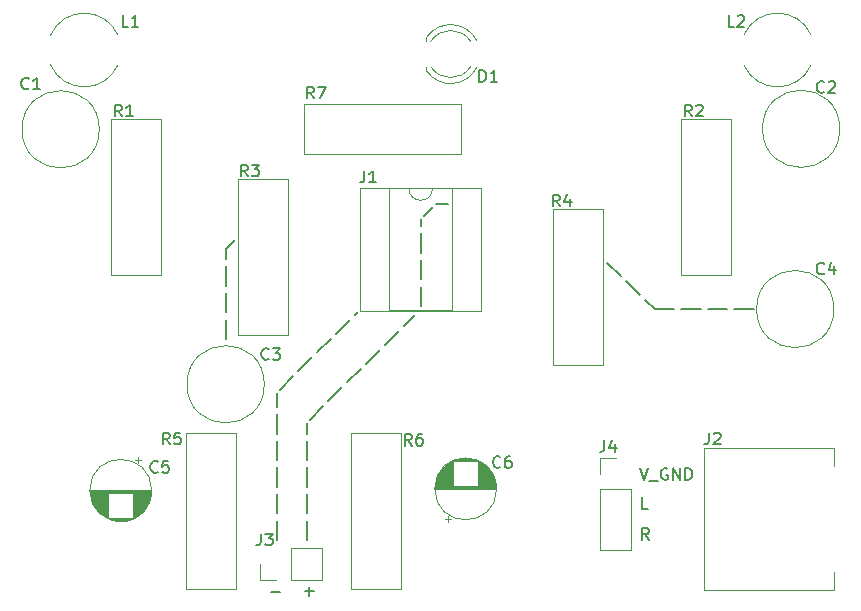
<source format=gto>
G04 #@! TF.GenerationSoftware,KiCad,Pcbnew,7.0.10*
G04 #@! TF.CreationDate,2024-02-03T19:17:55+01:00*
G04 #@! TF.ProjectId,electrosluch_basic,656c6563-7472-46f7-936c-7563685f6261,rev?*
G04 #@! TF.SameCoordinates,Original*
G04 #@! TF.FileFunction,Legend,Top*
G04 #@! TF.FilePolarity,Positive*
%FSLAX46Y46*%
G04 Gerber Fmt 4.6, Leading zero omitted, Abs format (unit mm)*
G04 Created by KiCad (PCBNEW 7.0.10) date 2024-02-03 19:17:55*
%MOMM*%
%LPD*%
G01*
G04 APERTURE LIST*
%ADD10C,0.150000*%
%ADD11C,0.120000*%
%ADD12C,1.600000*%
%ADD13C,3.200000*%
%ADD14C,2.000000*%
%ADD15R,1.600000X1.600000*%
%ADD16R,1.700000X1.700000*%
%ADD17O,1.700000X1.700000*%
%ADD18O,1.600000X1.600000*%
%ADD19O,2.200000X1.200000*%
%ADD20O,1.200000X2.200000*%
%ADD21R,1.800000X1.800000*%
%ADD22C,1.800000*%
G04 APERTURE END LIST*
D10*
X74892000Y-84798000D02*
X76058726Y-83631274D01*
X76482990Y-83207010D02*
X77649716Y-82040284D01*
X78073981Y-81616019D02*
X79240707Y-80449293D01*
X79664971Y-80025029D02*
X80831697Y-78858303D01*
X81255961Y-78434039D02*
X82422687Y-77267313D01*
X82846951Y-76843049D02*
X83782000Y-75908000D01*
X84544000Y-67526000D02*
X85306000Y-66764000D01*
X100038000Y-71463000D02*
X101223096Y-72611062D01*
X101654041Y-73028539D02*
X102839137Y-74176601D01*
X103270081Y-74594078D02*
X104101999Y-75400000D01*
X104102000Y-75400000D02*
X105752000Y-75400000D01*
X106352000Y-75400000D02*
X108002000Y-75400000D01*
X108602000Y-75400000D02*
X110252000Y-75400000D01*
X110852000Y-75400000D02*
X112500000Y-75400000D01*
X72098000Y-94958000D02*
X72098000Y-93308000D01*
X72098000Y-92708000D02*
X72098000Y-91058000D01*
X72098000Y-90458000D02*
X72098000Y-88808000D01*
X72098000Y-88208000D02*
X72098000Y-86558000D01*
X72098000Y-85958000D02*
X72098000Y-84308000D01*
X72098000Y-83708000D02*
X72098000Y-82512000D01*
X85560000Y-66510000D02*
X86576000Y-66510000D01*
X84290000Y-75146000D02*
X84290000Y-73496000D01*
X84290000Y-72896000D02*
X84290000Y-71246000D01*
X84290000Y-70646000D02*
X84290000Y-68996000D01*
X84290000Y-68396000D02*
X84290000Y-67780000D01*
X67780000Y-77940000D02*
X67780000Y-76290000D01*
X67780000Y-75690000D02*
X67780000Y-74040000D01*
X67780000Y-73440000D02*
X67780000Y-71790000D01*
X67780000Y-71190000D02*
X67780000Y-70320000D01*
X67780000Y-70320000D02*
X68542000Y-69558000D01*
X72352000Y-82258000D02*
X73518726Y-81091274D01*
X73942990Y-80667010D02*
X75109716Y-79500284D01*
X75533981Y-79076019D02*
X76700707Y-77909293D01*
X77124971Y-77485029D02*
X78291697Y-76318303D01*
X78715961Y-75894039D02*
X78956000Y-75654000D01*
X74638000Y-94958000D02*
X74638000Y-93308000D01*
X74638000Y-92708000D02*
X74638000Y-91058000D01*
X74638000Y-90458000D02*
X74638000Y-88808000D01*
X74638000Y-88208000D02*
X74638000Y-86558000D01*
X74638000Y-85958000D02*
X74638000Y-85052000D01*
X71423333Y-79609580D02*
X71375714Y-79657200D01*
X71375714Y-79657200D02*
X71232857Y-79704819D01*
X71232857Y-79704819D02*
X71137619Y-79704819D01*
X71137619Y-79704819D02*
X70994762Y-79657200D01*
X70994762Y-79657200D02*
X70899524Y-79561961D01*
X70899524Y-79561961D02*
X70851905Y-79466723D01*
X70851905Y-79466723D02*
X70804286Y-79276247D01*
X70804286Y-79276247D02*
X70804286Y-79133390D01*
X70804286Y-79133390D02*
X70851905Y-78942914D01*
X70851905Y-78942914D02*
X70899524Y-78847676D01*
X70899524Y-78847676D02*
X70994762Y-78752438D01*
X70994762Y-78752438D02*
X71137619Y-78704819D01*
X71137619Y-78704819D02*
X71232857Y-78704819D01*
X71232857Y-78704819D02*
X71375714Y-78752438D01*
X71375714Y-78752438D02*
X71423333Y-78800057D01*
X71756667Y-78704819D02*
X72375714Y-78704819D01*
X72375714Y-78704819D02*
X72042381Y-79085771D01*
X72042381Y-79085771D02*
X72185238Y-79085771D01*
X72185238Y-79085771D02*
X72280476Y-79133390D01*
X72280476Y-79133390D02*
X72328095Y-79181009D01*
X72328095Y-79181009D02*
X72375714Y-79276247D01*
X72375714Y-79276247D02*
X72375714Y-79514342D01*
X72375714Y-79514342D02*
X72328095Y-79609580D01*
X72328095Y-79609580D02*
X72280476Y-79657200D01*
X72280476Y-79657200D02*
X72185238Y-79704819D01*
X72185238Y-79704819D02*
X71899524Y-79704819D01*
X71899524Y-79704819D02*
X71804286Y-79657200D01*
X71804286Y-79657200D02*
X71756667Y-79609580D01*
X51103333Y-56709580D02*
X51055714Y-56757200D01*
X51055714Y-56757200D02*
X50912857Y-56804819D01*
X50912857Y-56804819D02*
X50817619Y-56804819D01*
X50817619Y-56804819D02*
X50674762Y-56757200D01*
X50674762Y-56757200D02*
X50579524Y-56661961D01*
X50579524Y-56661961D02*
X50531905Y-56566723D01*
X50531905Y-56566723D02*
X50484286Y-56376247D01*
X50484286Y-56376247D02*
X50484286Y-56233390D01*
X50484286Y-56233390D02*
X50531905Y-56042914D01*
X50531905Y-56042914D02*
X50579524Y-55947676D01*
X50579524Y-55947676D02*
X50674762Y-55852438D01*
X50674762Y-55852438D02*
X50817619Y-55804819D01*
X50817619Y-55804819D02*
X50912857Y-55804819D01*
X50912857Y-55804819D02*
X51055714Y-55852438D01*
X51055714Y-55852438D02*
X51103333Y-55900057D01*
X52055714Y-56804819D02*
X51484286Y-56804819D01*
X51770000Y-56804819D02*
X51770000Y-55804819D01*
X51770000Y-55804819D02*
X51674762Y-55947676D01*
X51674762Y-55947676D02*
X51579524Y-56042914D01*
X51579524Y-56042914D02*
X51484286Y-56090533D01*
X96061333Y-66710819D02*
X95728000Y-66234628D01*
X95489905Y-66710819D02*
X95489905Y-65710819D01*
X95489905Y-65710819D02*
X95870857Y-65710819D01*
X95870857Y-65710819D02*
X95966095Y-65758438D01*
X95966095Y-65758438D02*
X96013714Y-65806057D01*
X96013714Y-65806057D02*
X96061333Y-65901295D01*
X96061333Y-65901295D02*
X96061333Y-66044152D01*
X96061333Y-66044152D02*
X96013714Y-66139390D01*
X96013714Y-66139390D02*
X95966095Y-66187009D01*
X95966095Y-66187009D02*
X95870857Y-66234628D01*
X95870857Y-66234628D02*
X95489905Y-66234628D01*
X96918476Y-66044152D02*
X96918476Y-66710819D01*
X96680381Y-65663200D02*
X96442286Y-66377485D01*
X96442286Y-66377485D02*
X97061333Y-66377485D01*
X62033333Y-89159580D02*
X61985714Y-89207200D01*
X61985714Y-89207200D02*
X61842857Y-89254819D01*
X61842857Y-89254819D02*
X61747619Y-89254819D01*
X61747619Y-89254819D02*
X61604762Y-89207200D01*
X61604762Y-89207200D02*
X61509524Y-89111961D01*
X61509524Y-89111961D02*
X61461905Y-89016723D01*
X61461905Y-89016723D02*
X61414286Y-88826247D01*
X61414286Y-88826247D02*
X61414286Y-88683390D01*
X61414286Y-88683390D02*
X61461905Y-88492914D01*
X61461905Y-88492914D02*
X61509524Y-88397676D01*
X61509524Y-88397676D02*
X61604762Y-88302438D01*
X61604762Y-88302438D02*
X61747619Y-88254819D01*
X61747619Y-88254819D02*
X61842857Y-88254819D01*
X61842857Y-88254819D02*
X61985714Y-88302438D01*
X61985714Y-88302438D02*
X62033333Y-88350057D01*
X62938095Y-88254819D02*
X62461905Y-88254819D01*
X62461905Y-88254819D02*
X62414286Y-88731009D01*
X62414286Y-88731009D02*
X62461905Y-88683390D01*
X62461905Y-88683390D02*
X62557143Y-88635771D01*
X62557143Y-88635771D02*
X62795238Y-88635771D01*
X62795238Y-88635771D02*
X62890476Y-88683390D01*
X62890476Y-88683390D02*
X62938095Y-88731009D01*
X62938095Y-88731009D02*
X62985714Y-88826247D01*
X62985714Y-88826247D02*
X62985714Y-89064342D01*
X62985714Y-89064342D02*
X62938095Y-89159580D01*
X62938095Y-89159580D02*
X62890476Y-89207200D01*
X62890476Y-89207200D02*
X62795238Y-89254819D01*
X62795238Y-89254819D02*
X62557143Y-89254819D01*
X62557143Y-89254819D02*
X62461905Y-89207200D01*
X62461905Y-89207200D02*
X62414286Y-89159580D01*
X118451333Y-72368580D02*
X118403714Y-72416200D01*
X118403714Y-72416200D02*
X118260857Y-72463819D01*
X118260857Y-72463819D02*
X118165619Y-72463819D01*
X118165619Y-72463819D02*
X118022762Y-72416200D01*
X118022762Y-72416200D02*
X117927524Y-72320961D01*
X117927524Y-72320961D02*
X117879905Y-72225723D01*
X117879905Y-72225723D02*
X117832286Y-72035247D01*
X117832286Y-72035247D02*
X117832286Y-71892390D01*
X117832286Y-71892390D02*
X117879905Y-71701914D01*
X117879905Y-71701914D02*
X117927524Y-71606676D01*
X117927524Y-71606676D02*
X118022762Y-71511438D01*
X118022762Y-71511438D02*
X118165619Y-71463819D01*
X118165619Y-71463819D02*
X118260857Y-71463819D01*
X118260857Y-71463819D02*
X118403714Y-71511438D01*
X118403714Y-71511438D02*
X118451333Y-71559057D01*
X119308476Y-71797152D02*
X119308476Y-72463819D01*
X119070381Y-71416200D02*
X118832286Y-72130485D01*
X118832286Y-72130485D02*
X119451333Y-72130485D01*
X91033333Y-88759580D02*
X90985714Y-88807200D01*
X90985714Y-88807200D02*
X90842857Y-88854819D01*
X90842857Y-88854819D02*
X90747619Y-88854819D01*
X90747619Y-88854819D02*
X90604762Y-88807200D01*
X90604762Y-88807200D02*
X90509524Y-88711961D01*
X90509524Y-88711961D02*
X90461905Y-88616723D01*
X90461905Y-88616723D02*
X90414286Y-88426247D01*
X90414286Y-88426247D02*
X90414286Y-88283390D01*
X90414286Y-88283390D02*
X90461905Y-88092914D01*
X90461905Y-88092914D02*
X90509524Y-87997676D01*
X90509524Y-87997676D02*
X90604762Y-87902438D01*
X90604762Y-87902438D02*
X90747619Y-87854819D01*
X90747619Y-87854819D02*
X90842857Y-87854819D01*
X90842857Y-87854819D02*
X90985714Y-87902438D01*
X90985714Y-87902438D02*
X91033333Y-87950057D01*
X91890476Y-87854819D02*
X91700000Y-87854819D01*
X91700000Y-87854819D02*
X91604762Y-87902438D01*
X91604762Y-87902438D02*
X91557143Y-87950057D01*
X91557143Y-87950057D02*
X91461905Y-88092914D01*
X91461905Y-88092914D02*
X91414286Y-88283390D01*
X91414286Y-88283390D02*
X91414286Y-88664342D01*
X91414286Y-88664342D02*
X91461905Y-88759580D01*
X91461905Y-88759580D02*
X91509524Y-88807200D01*
X91509524Y-88807200D02*
X91604762Y-88854819D01*
X91604762Y-88854819D02*
X91795238Y-88854819D01*
X91795238Y-88854819D02*
X91890476Y-88807200D01*
X91890476Y-88807200D02*
X91938095Y-88759580D01*
X91938095Y-88759580D02*
X91985714Y-88664342D01*
X91985714Y-88664342D02*
X91985714Y-88426247D01*
X91985714Y-88426247D02*
X91938095Y-88331009D01*
X91938095Y-88331009D02*
X91890476Y-88283390D01*
X91890476Y-88283390D02*
X91795238Y-88235771D01*
X91795238Y-88235771D02*
X91604762Y-88235771D01*
X91604762Y-88235771D02*
X91509524Y-88283390D01*
X91509524Y-88283390D02*
X91461905Y-88331009D01*
X91461905Y-88331009D02*
X91414286Y-88426247D01*
X69645333Y-64170819D02*
X69312000Y-63694628D01*
X69073905Y-64170819D02*
X69073905Y-63170819D01*
X69073905Y-63170819D02*
X69454857Y-63170819D01*
X69454857Y-63170819D02*
X69550095Y-63218438D01*
X69550095Y-63218438D02*
X69597714Y-63266057D01*
X69597714Y-63266057D02*
X69645333Y-63361295D01*
X69645333Y-63361295D02*
X69645333Y-63504152D01*
X69645333Y-63504152D02*
X69597714Y-63599390D01*
X69597714Y-63599390D02*
X69550095Y-63647009D01*
X69550095Y-63647009D02*
X69454857Y-63694628D01*
X69454857Y-63694628D02*
X69073905Y-63694628D01*
X69978667Y-63170819D02*
X70597714Y-63170819D01*
X70597714Y-63170819D02*
X70264381Y-63551771D01*
X70264381Y-63551771D02*
X70407238Y-63551771D01*
X70407238Y-63551771D02*
X70502476Y-63599390D01*
X70502476Y-63599390D02*
X70550095Y-63647009D01*
X70550095Y-63647009D02*
X70597714Y-63742247D01*
X70597714Y-63742247D02*
X70597714Y-63980342D01*
X70597714Y-63980342D02*
X70550095Y-64075580D01*
X70550095Y-64075580D02*
X70502476Y-64123200D01*
X70502476Y-64123200D02*
X70407238Y-64170819D01*
X70407238Y-64170819D02*
X70121524Y-64170819D01*
X70121524Y-64170819D02*
X70026286Y-64123200D01*
X70026286Y-64123200D02*
X69978667Y-64075580D01*
X83533333Y-86954819D02*
X83200000Y-86478628D01*
X82961905Y-86954819D02*
X82961905Y-85954819D01*
X82961905Y-85954819D02*
X83342857Y-85954819D01*
X83342857Y-85954819D02*
X83438095Y-86002438D01*
X83438095Y-86002438D02*
X83485714Y-86050057D01*
X83485714Y-86050057D02*
X83533333Y-86145295D01*
X83533333Y-86145295D02*
X83533333Y-86288152D01*
X83533333Y-86288152D02*
X83485714Y-86383390D01*
X83485714Y-86383390D02*
X83438095Y-86431009D01*
X83438095Y-86431009D02*
X83342857Y-86478628D01*
X83342857Y-86478628D02*
X82961905Y-86478628D01*
X84390476Y-85954819D02*
X84200000Y-85954819D01*
X84200000Y-85954819D02*
X84104762Y-86002438D01*
X84104762Y-86002438D02*
X84057143Y-86050057D01*
X84057143Y-86050057D02*
X83961905Y-86192914D01*
X83961905Y-86192914D02*
X83914286Y-86383390D01*
X83914286Y-86383390D02*
X83914286Y-86764342D01*
X83914286Y-86764342D02*
X83961905Y-86859580D01*
X83961905Y-86859580D02*
X84009524Y-86907200D01*
X84009524Y-86907200D02*
X84104762Y-86954819D01*
X84104762Y-86954819D02*
X84295238Y-86954819D01*
X84295238Y-86954819D02*
X84390476Y-86907200D01*
X84390476Y-86907200D02*
X84438095Y-86859580D01*
X84438095Y-86859580D02*
X84485714Y-86764342D01*
X84485714Y-86764342D02*
X84485714Y-86526247D01*
X84485714Y-86526247D02*
X84438095Y-86431009D01*
X84438095Y-86431009D02*
X84390476Y-86383390D01*
X84390476Y-86383390D02*
X84295238Y-86335771D01*
X84295238Y-86335771D02*
X84104762Y-86335771D01*
X84104762Y-86335771D02*
X84009524Y-86383390D01*
X84009524Y-86383390D02*
X83961905Y-86431009D01*
X83961905Y-86431009D02*
X83914286Y-86526247D01*
X99831666Y-86494819D02*
X99831666Y-87209104D01*
X99831666Y-87209104D02*
X99784047Y-87351961D01*
X99784047Y-87351961D02*
X99688809Y-87447200D01*
X99688809Y-87447200D02*
X99545952Y-87494819D01*
X99545952Y-87494819D02*
X99450714Y-87494819D01*
X100736428Y-86828152D02*
X100736428Y-87494819D01*
X100498333Y-86447200D02*
X100260238Y-87161485D01*
X100260238Y-87161485D02*
X100879285Y-87161485D01*
X103517969Y-92287819D02*
X103041779Y-92287819D01*
X103041779Y-92287819D02*
X103041779Y-91287819D01*
X102898922Y-88874819D02*
X103232255Y-89874819D01*
X103232255Y-89874819D02*
X103565588Y-88874819D01*
X103660827Y-89970057D02*
X104422731Y-89970057D01*
X105184636Y-88922438D02*
X105089398Y-88874819D01*
X105089398Y-88874819D02*
X104946541Y-88874819D01*
X104946541Y-88874819D02*
X104803684Y-88922438D01*
X104803684Y-88922438D02*
X104708446Y-89017676D01*
X104708446Y-89017676D02*
X104660827Y-89112914D01*
X104660827Y-89112914D02*
X104613208Y-89303390D01*
X104613208Y-89303390D02*
X104613208Y-89446247D01*
X104613208Y-89446247D02*
X104660827Y-89636723D01*
X104660827Y-89636723D02*
X104708446Y-89731961D01*
X104708446Y-89731961D02*
X104803684Y-89827200D01*
X104803684Y-89827200D02*
X104946541Y-89874819D01*
X104946541Y-89874819D02*
X105041779Y-89874819D01*
X105041779Y-89874819D02*
X105184636Y-89827200D01*
X105184636Y-89827200D02*
X105232255Y-89779580D01*
X105232255Y-89779580D02*
X105232255Y-89446247D01*
X105232255Y-89446247D02*
X105041779Y-89446247D01*
X105660827Y-89874819D02*
X105660827Y-88874819D01*
X105660827Y-88874819D02*
X106232255Y-89874819D01*
X106232255Y-89874819D02*
X106232255Y-88874819D01*
X106708446Y-89874819D02*
X106708446Y-88874819D01*
X106708446Y-88874819D02*
X106946541Y-88874819D01*
X106946541Y-88874819D02*
X107089398Y-88922438D01*
X107089398Y-88922438D02*
X107184636Y-89017676D01*
X107184636Y-89017676D02*
X107232255Y-89112914D01*
X107232255Y-89112914D02*
X107279874Y-89303390D01*
X107279874Y-89303390D02*
X107279874Y-89446247D01*
X107279874Y-89446247D02*
X107232255Y-89636723D01*
X107232255Y-89636723D02*
X107184636Y-89731961D01*
X107184636Y-89731961D02*
X107089398Y-89827200D01*
X107089398Y-89827200D02*
X106946541Y-89874819D01*
X106946541Y-89874819D02*
X106708446Y-89874819D01*
X103613207Y-94954819D02*
X103279874Y-94478628D01*
X103041779Y-94954819D02*
X103041779Y-93954819D01*
X103041779Y-93954819D02*
X103422731Y-93954819D01*
X103422731Y-93954819D02*
X103517969Y-94002438D01*
X103517969Y-94002438D02*
X103565588Y-94050057D01*
X103565588Y-94050057D02*
X103613207Y-94145295D01*
X103613207Y-94145295D02*
X103613207Y-94288152D01*
X103613207Y-94288152D02*
X103565588Y-94383390D01*
X103565588Y-94383390D02*
X103517969Y-94431009D01*
X103517969Y-94431009D02*
X103422731Y-94478628D01*
X103422731Y-94478628D02*
X103041779Y-94478628D01*
X110831333Y-51508819D02*
X110355143Y-51508819D01*
X110355143Y-51508819D02*
X110355143Y-50508819D01*
X111117048Y-50604057D02*
X111164667Y-50556438D01*
X111164667Y-50556438D02*
X111259905Y-50508819D01*
X111259905Y-50508819D02*
X111498000Y-50508819D01*
X111498000Y-50508819D02*
X111593238Y-50556438D01*
X111593238Y-50556438D02*
X111640857Y-50604057D01*
X111640857Y-50604057D02*
X111688476Y-50699295D01*
X111688476Y-50699295D02*
X111688476Y-50794533D01*
X111688476Y-50794533D02*
X111640857Y-50937390D01*
X111640857Y-50937390D02*
X111069429Y-51508819D01*
X111069429Y-51508819D02*
X111688476Y-51508819D01*
X79511666Y-63678819D02*
X79511666Y-64393104D01*
X79511666Y-64393104D02*
X79464047Y-64535961D01*
X79464047Y-64535961D02*
X79368809Y-64631200D01*
X79368809Y-64631200D02*
X79225952Y-64678819D01*
X79225952Y-64678819D02*
X79130714Y-64678819D01*
X80511666Y-64678819D02*
X79940238Y-64678819D01*
X80225952Y-64678819D02*
X80225952Y-63678819D01*
X80225952Y-63678819D02*
X80130714Y-63821676D01*
X80130714Y-63821676D02*
X80035476Y-63916914D01*
X80035476Y-63916914D02*
X79940238Y-63964533D01*
X59523333Y-51508819D02*
X59047143Y-51508819D01*
X59047143Y-51508819D02*
X59047143Y-50508819D01*
X60380476Y-51508819D02*
X59809048Y-51508819D01*
X60094762Y-51508819D02*
X60094762Y-50508819D01*
X60094762Y-50508819D02*
X59999524Y-50651676D01*
X59999524Y-50651676D02*
X59904286Y-50746914D01*
X59904286Y-50746914D02*
X59809048Y-50794533D01*
X63033333Y-86854819D02*
X62700000Y-86378628D01*
X62461905Y-86854819D02*
X62461905Y-85854819D01*
X62461905Y-85854819D02*
X62842857Y-85854819D01*
X62842857Y-85854819D02*
X62938095Y-85902438D01*
X62938095Y-85902438D02*
X62985714Y-85950057D01*
X62985714Y-85950057D02*
X63033333Y-86045295D01*
X63033333Y-86045295D02*
X63033333Y-86188152D01*
X63033333Y-86188152D02*
X62985714Y-86283390D01*
X62985714Y-86283390D02*
X62938095Y-86331009D01*
X62938095Y-86331009D02*
X62842857Y-86378628D01*
X62842857Y-86378628D02*
X62461905Y-86378628D01*
X63938095Y-85854819D02*
X63461905Y-85854819D01*
X63461905Y-85854819D02*
X63414286Y-86331009D01*
X63414286Y-86331009D02*
X63461905Y-86283390D01*
X63461905Y-86283390D02*
X63557143Y-86235771D01*
X63557143Y-86235771D02*
X63795238Y-86235771D01*
X63795238Y-86235771D02*
X63890476Y-86283390D01*
X63890476Y-86283390D02*
X63938095Y-86331009D01*
X63938095Y-86331009D02*
X63985714Y-86426247D01*
X63985714Y-86426247D02*
X63985714Y-86664342D01*
X63985714Y-86664342D02*
X63938095Y-86759580D01*
X63938095Y-86759580D02*
X63890476Y-86807200D01*
X63890476Y-86807200D02*
X63795238Y-86854819D01*
X63795238Y-86854819D02*
X63557143Y-86854819D01*
X63557143Y-86854819D02*
X63461905Y-86807200D01*
X63461905Y-86807200D02*
X63414286Y-86759580D01*
X107237333Y-59090819D02*
X106904000Y-58614628D01*
X106665905Y-59090819D02*
X106665905Y-58090819D01*
X106665905Y-58090819D02*
X107046857Y-58090819D01*
X107046857Y-58090819D02*
X107142095Y-58138438D01*
X107142095Y-58138438D02*
X107189714Y-58186057D01*
X107189714Y-58186057D02*
X107237333Y-58281295D01*
X107237333Y-58281295D02*
X107237333Y-58424152D01*
X107237333Y-58424152D02*
X107189714Y-58519390D01*
X107189714Y-58519390D02*
X107142095Y-58567009D01*
X107142095Y-58567009D02*
X107046857Y-58614628D01*
X107046857Y-58614628D02*
X106665905Y-58614628D01*
X107618286Y-58186057D02*
X107665905Y-58138438D01*
X107665905Y-58138438D02*
X107761143Y-58090819D01*
X107761143Y-58090819D02*
X107999238Y-58090819D01*
X107999238Y-58090819D02*
X108094476Y-58138438D01*
X108094476Y-58138438D02*
X108142095Y-58186057D01*
X108142095Y-58186057D02*
X108189714Y-58281295D01*
X108189714Y-58281295D02*
X108189714Y-58376533D01*
X108189714Y-58376533D02*
X108142095Y-58519390D01*
X108142095Y-58519390D02*
X107570667Y-59090819D01*
X107570667Y-59090819D02*
X108189714Y-59090819D01*
X75233333Y-57566819D02*
X74900000Y-57090628D01*
X74661905Y-57566819D02*
X74661905Y-56566819D01*
X74661905Y-56566819D02*
X75042857Y-56566819D01*
X75042857Y-56566819D02*
X75138095Y-56614438D01*
X75138095Y-56614438D02*
X75185714Y-56662057D01*
X75185714Y-56662057D02*
X75233333Y-56757295D01*
X75233333Y-56757295D02*
X75233333Y-56900152D01*
X75233333Y-56900152D02*
X75185714Y-56995390D01*
X75185714Y-56995390D02*
X75138095Y-57043009D01*
X75138095Y-57043009D02*
X75042857Y-57090628D01*
X75042857Y-57090628D02*
X74661905Y-57090628D01*
X75566667Y-56566819D02*
X76233333Y-56566819D01*
X76233333Y-56566819D02*
X75804762Y-57566819D01*
X118451333Y-57001580D02*
X118403714Y-57049200D01*
X118403714Y-57049200D02*
X118260857Y-57096819D01*
X118260857Y-57096819D02*
X118165619Y-57096819D01*
X118165619Y-57096819D02*
X118022762Y-57049200D01*
X118022762Y-57049200D02*
X117927524Y-56953961D01*
X117927524Y-56953961D02*
X117879905Y-56858723D01*
X117879905Y-56858723D02*
X117832286Y-56668247D01*
X117832286Y-56668247D02*
X117832286Y-56525390D01*
X117832286Y-56525390D02*
X117879905Y-56334914D01*
X117879905Y-56334914D02*
X117927524Y-56239676D01*
X117927524Y-56239676D02*
X118022762Y-56144438D01*
X118022762Y-56144438D02*
X118165619Y-56096819D01*
X118165619Y-56096819D02*
X118260857Y-56096819D01*
X118260857Y-56096819D02*
X118403714Y-56144438D01*
X118403714Y-56144438D02*
X118451333Y-56192057D01*
X118832286Y-56192057D02*
X118879905Y-56144438D01*
X118879905Y-56144438D02*
X118975143Y-56096819D01*
X118975143Y-56096819D02*
X119213238Y-56096819D01*
X119213238Y-56096819D02*
X119308476Y-56144438D01*
X119308476Y-56144438D02*
X119356095Y-56192057D01*
X119356095Y-56192057D02*
X119403714Y-56287295D01*
X119403714Y-56287295D02*
X119403714Y-56382533D01*
X119403714Y-56382533D02*
X119356095Y-56525390D01*
X119356095Y-56525390D02*
X118784667Y-57096819D01*
X118784667Y-57096819D02*
X119403714Y-57096819D01*
X108681666Y-85856819D02*
X108681666Y-86571104D01*
X108681666Y-86571104D02*
X108634047Y-86713961D01*
X108634047Y-86713961D02*
X108538809Y-86809200D01*
X108538809Y-86809200D02*
X108395952Y-86856819D01*
X108395952Y-86856819D02*
X108300714Y-86856819D01*
X109110238Y-85952057D02*
X109157857Y-85904438D01*
X109157857Y-85904438D02*
X109253095Y-85856819D01*
X109253095Y-85856819D02*
X109491190Y-85856819D01*
X109491190Y-85856819D02*
X109586428Y-85904438D01*
X109586428Y-85904438D02*
X109634047Y-85952057D01*
X109634047Y-85952057D02*
X109681666Y-86047295D01*
X109681666Y-86047295D02*
X109681666Y-86142533D01*
X109681666Y-86142533D02*
X109634047Y-86285390D01*
X109634047Y-86285390D02*
X109062619Y-86856819D01*
X109062619Y-86856819D02*
X109681666Y-86856819D01*
X58977333Y-59090819D02*
X58644000Y-58614628D01*
X58405905Y-59090819D02*
X58405905Y-58090819D01*
X58405905Y-58090819D02*
X58786857Y-58090819D01*
X58786857Y-58090819D02*
X58882095Y-58138438D01*
X58882095Y-58138438D02*
X58929714Y-58186057D01*
X58929714Y-58186057D02*
X58977333Y-58281295D01*
X58977333Y-58281295D02*
X58977333Y-58424152D01*
X58977333Y-58424152D02*
X58929714Y-58519390D01*
X58929714Y-58519390D02*
X58882095Y-58567009D01*
X58882095Y-58567009D02*
X58786857Y-58614628D01*
X58786857Y-58614628D02*
X58405905Y-58614628D01*
X59929714Y-59090819D02*
X59358286Y-59090819D01*
X59644000Y-59090819D02*
X59644000Y-58090819D01*
X59644000Y-58090819D02*
X59548762Y-58233676D01*
X59548762Y-58233676D02*
X59453524Y-58328914D01*
X59453524Y-58328914D02*
X59358286Y-58376533D01*
X70747666Y-94412819D02*
X70747666Y-95127104D01*
X70747666Y-95127104D02*
X70700047Y-95269961D01*
X70700047Y-95269961D02*
X70604809Y-95365200D01*
X70604809Y-95365200D02*
X70461952Y-95412819D01*
X70461952Y-95412819D02*
X70366714Y-95412819D01*
X71128619Y-94412819D02*
X71747666Y-94412819D01*
X71747666Y-94412819D02*
X71414333Y-94793771D01*
X71414333Y-94793771D02*
X71557190Y-94793771D01*
X71557190Y-94793771D02*
X71652428Y-94841390D01*
X71652428Y-94841390D02*
X71700047Y-94889009D01*
X71700047Y-94889009D02*
X71747666Y-94984247D01*
X71747666Y-94984247D02*
X71747666Y-95222342D01*
X71747666Y-95222342D02*
X71700047Y-95317580D01*
X71700047Y-95317580D02*
X71652428Y-95365200D01*
X71652428Y-95365200D02*
X71557190Y-95412819D01*
X71557190Y-95412819D02*
X71271476Y-95412819D01*
X71271476Y-95412819D02*
X71176238Y-95365200D01*
X71176238Y-95365200D02*
X71128619Y-95317580D01*
X72350951Y-99329133D02*
X71589047Y-99329133D01*
X74837866Y-99656951D02*
X74837866Y-98895047D01*
X75218819Y-99275999D02*
X74456914Y-99275999D01*
X89266905Y-56169819D02*
X89266905Y-55169819D01*
X89266905Y-55169819D02*
X89505000Y-55169819D01*
X89505000Y-55169819D02*
X89647857Y-55217438D01*
X89647857Y-55217438D02*
X89743095Y-55312676D01*
X89743095Y-55312676D02*
X89790714Y-55407914D01*
X89790714Y-55407914D02*
X89838333Y-55598390D01*
X89838333Y-55598390D02*
X89838333Y-55741247D01*
X89838333Y-55741247D02*
X89790714Y-55931723D01*
X89790714Y-55931723D02*
X89743095Y-56026961D01*
X89743095Y-56026961D02*
X89647857Y-56122200D01*
X89647857Y-56122200D02*
X89505000Y-56169819D01*
X89505000Y-56169819D02*
X89266905Y-56169819D01*
X90790714Y-56169819D02*
X90219286Y-56169819D01*
X90505000Y-56169819D02*
X90505000Y-55169819D01*
X90505000Y-55169819D02*
X90409762Y-55312676D01*
X90409762Y-55312676D02*
X90314524Y-55407914D01*
X90314524Y-55407914D02*
X90219286Y-55455533D01*
D11*
X71050000Y-81770000D02*
G75*
G03*
X64510000Y-81770000I-3270000J0D01*
G01*
X64510000Y-81770000D02*
G75*
G03*
X71050000Y-81770000I3270000J0D01*
G01*
X57080000Y-60180000D02*
G75*
G03*
X50540000Y-60180000I-3270000J0D01*
G01*
X50540000Y-60180000D02*
G75*
G03*
X57080000Y-60180000I3270000J0D01*
G01*
X95505000Y-80170000D02*
X99745000Y-80170000D01*
X95505000Y-80170000D02*
X95505000Y-66930000D01*
X99745000Y-80170000D02*
X99745000Y-66930000D01*
X95505000Y-66930000D02*
X99745000Y-66930000D01*
X60365000Y-87942225D02*
X60365000Y-88442225D01*
X60615000Y-88192225D02*
X60115000Y-88192225D01*
X61470000Y-90747000D02*
X56310000Y-90747000D01*
X61470000Y-90787000D02*
X56310000Y-90787000D01*
X61469000Y-90827000D02*
X56311000Y-90827000D01*
X61468000Y-90867000D02*
X56312000Y-90867000D01*
X61466000Y-90907000D02*
X56314000Y-90907000D01*
X61463000Y-90947000D02*
X56317000Y-90947000D01*
X61459000Y-90987000D02*
X59930000Y-90987000D01*
X57850000Y-90987000D02*
X56321000Y-90987000D01*
X61455000Y-91027000D02*
X59930000Y-91027000D01*
X57850000Y-91027000D02*
X56325000Y-91027000D01*
X61451000Y-91067000D02*
X59930000Y-91067000D01*
X57850000Y-91067000D02*
X56329000Y-91067000D01*
X61446000Y-91107000D02*
X59930000Y-91107000D01*
X57850000Y-91107000D02*
X56334000Y-91107000D01*
X61440000Y-91147000D02*
X59930000Y-91147000D01*
X57850000Y-91147000D02*
X56340000Y-91147000D01*
X61433000Y-91187000D02*
X59930000Y-91187000D01*
X57850000Y-91187000D02*
X56347000Y-91187000D01*
X61426000Y-91227000D02*
X59930000Y-91227000D01*
X57850000Y-91227000D02*
X56354000Y-91227000D01*
X61418000Y-91267000D02*
X59930000Y-91267000D01*
X57850000Y-91267000D02*
X56362000Y-91267000D01*
X61410000Y-91307000D02*
X59930000Y-91307000D01*
X57850000Y-91307000D02*
X56370000Y-91307000D01*
X61401000Y-91347000D02*
X59930000Y-91347000D01*
X57850000Y-91347000D02*
X56379000Y-91347000D01*
X61391000Y-91387000D02*
X59930000Y-91387000D01*
X57850000Y-91387000D02*
X56389000Y-91387000D01*
X61381000Y-91427000D02*
X59930000Y-91427000D01*
X57850000Y-91427000D02*
X56399000Y-91427000D01*
X61370000Y-91468000D02*
X59930000Y-91468000D01*
X57850000Y-91468000D02*
X56410000Y-91468000D01*
X61358000Y-91508000D02*
X59930000Y-91508000D01*
X57850000Y-91508000D02*
X56422000Y-91508000D01*
X61345000Y-91548000D02*
X59930000Y-91548000D01*
X57850000Y-91548000D02*
X56435000Y-91548000D01*
X61332000Y-91588000D02*
X59930000Y-91588000D01*
X57850000Y-91588000D02*
X56448000Y-91588000D01*
X61318000Y-91628000D02*
X59930000Y-91628000D01*
X57850000Y-91628000D02*
X56462000Y-91628000D01*
X61304000Y-91668000D02*
X59930000Y-91668000D01*
X57850000Y-91668000D02*
X56476000Y-91668000D01*
X61288000Y-91708000D02*
X59930000Y-91708000D01*
X57850000Y-91708000D02*
X56492000Y-91708000D01*
X61272000Y-91748000D02*
X59930000Y-91748000D01*
X57850000Y-91748000D02*
X56508000Y-91748000D01*
X61255000Y-91788000D02*
X59930000Y-91788000D01*
X57850000Y-91788000D02*
X56525000Y-91788000D01*
X61238000Y-91828000D02*
X59930000Y-91828000D01*
X57850000Y-91828000D02*
X56542000Y-91828000D01*
X61219000Y-91868000D02*
X59930000Y-91868000D01*
X57850000Y-91868000D02*
X56561000Y-91868000D01*
X61200000Y-91908000D02*
X59930000Y-91908000D01*
X57850000Y-91908000D02*
X56580000Y-91908000D01*
X61180000Y-91948000D02*
X59930000Y-91948000D01*
X57850000Y-91948000D02*
X56600000Y-91948000D01*
X61158000Y-91988000D02*
X59930000Y-91988000D01*
X57850000Y-91988000D02*
X56622000Y-91988000D01*
X61137000Y-92028000D02*
X59930000Y-92028000D01*
X57850000Y-92028000D02*
X56643000Y-92028000D01*
X61114000Y-92068000D02*
X59930000Y-92068000D01*
X57850000Y-92068000D02*
X56666000Y-92068000D01*
X61090000Y-92108000D02*
X59930000Y-92108000D01*
X57850000Y-92108000D02*
X56690000Y-92108000D01*
X61065000Y-92148000D02*
X59930000Y-92148000D01*
X57850000Y-92148000D02*
X56715000Y-92148000D01*
X61039000Y-92188000D02*
X59930000Y-92188000D01*
X57850000Y-92188000D02*
X56741000Y-92188000D01*
X61012000Y-92228000D02*
X59930000Y-92228000D01*
X57850000Y-92228000D02*
X56768000Y-92228000D01*
X60985000Y-92268000D02*
X59930000Y-92268000D01*
X57850000Y-92268000D02*
X56795000Y-92268000D01*
X60955000Y-92308000D02*
X59930000Y-92308000D01*
X57850000Y-92308000D02*
X56825000Y-92308000D01*
X60925000Y-92348000D02*
X59930000Y-92348000D01*
X57850000Y-92348000D02*
X56855000Y-92348000D01*
X60894000Y-92388000D02*
X59930000Y-92388000D01*
X57850000Y-92388000D02*
X56886000Y-92388000D01*
X60861000Y-92428000D02*
X59930000Y-92428000D01*
X57850000Y-92428000D02*
X56919000Y-92428000D01*
X60827000Y-92468000D02*
X59930000Y-92468000D01*
X57850000Y-92468000D02*
X56953000Y-92468000D01*
X60791000Y-92508000D02*
X59930000Y-92508000D01*
X57850000Y-92508000D02*
X56989000Y-92508000D01*
X60754000Y-92548000D02*
X59930000Y-92548000D01*
X57850000Y-92548000D02*
X57026000Y-92548000D01*
X60716000Y-92588000D02*
X59930000Y-92588000D01*
X57850000Y-92588000D02*
X57064000Y-92588000D01*
X60675000Y-92628000D02*
X59930000Y-92628000D01*
X57850000Y-92628000D02*
X57105000Y-92628000D01*
X60633000Y-92668000D02*
X59930000Y-92668000D01*
X57850000Y-92668000D02*
X57147000Y-92668000D01*
X60589000Y-92708000D02*
X59930000Y-92708000D01*
X57850000Y-92708000D02*
X57191000Y-92708000D01*
X60543000Y-92748000D02*
X59930000Y-92748000D01*
X57850000Y-92748000D02*
X57237000Y-92748000D01*
X60495000Y-92788000D02*
X59930000Y-92788000D01*
X57850000Y-92788000D02*
X57285000Y-92788000D01*
X60444000Y-92828000D02*
X59930000Y-92828000D01*
X57850000Y-92828000D02*
X57336000Y-92828000D01*
X60390000Y-92868000D02*
X59930000Y-92868000D01*
X57850000Y-92868000D02*
X57390000Y-92868000D01*
X60333000Y-92908000D02*
X59930000Y-92908000D01*
X57850000Y-92908000D02*
X57447000Y-92908000D01*
X60273000Y-92948000D02*
X59930000Y-92948000D01*
X57850000Y-92948000D02*
X57507000Y-92948000D01*
X60209000Y-92988000D02*
X59930000Y-92988000D01*
X57850000Y-92988000D02*
X57571000Y-92988000D01*
X60141000Y-93028000D02*
X59930000Y-93028000D01*
X57850000Y-93028000D02*
X57639000Y-93028000D01*
X60068000Y-93068000D02*
X57712000Y-93068000D01*
X59988000Y-93108000D02*
X57792000Y-93108000D01*
X59901000Y-93148000D02*
X57879000Y-93148000D01*
X59805000Y-93188000D02*
X57975000Y-93188000D01*
X59695000Y-93228000D02*
X58085000Y-93228000D01*
X59567000Y-93268000D02*
X58213000Y-93268000D01*
X59408000Y-93308000D02*
X58372000Y-93308000D01*
X59174000Y-93348000D02*
X58606000Y-93348000D01*
X61510000Y-90747000D02*
G75*
G03*
X56270000Y-90747000I-2620000J0D01*
G01*
X56270000Y-90747000D02*
G75*
G03*
X61510000Y-90747000I2620000J0D01*
G01*
X119270000Y-75400000D02*
G75*
G03*
X112730000Y-75400000I-3270000J0D01*
G01*
X112730000Y-75400000D02*
G75*
G03*
X119270000Y-75400000I3270000J0D01*
G01*
X86625000Y-93424775D02*
X86625000Y-92924775D01*
X86375000Y-93174775D02*
X86875000Y-93174775D01*
X85520000Y-90620000D02*
X90680000Y-90620000D01*
X85520000Y-90580000D02*
X90680000Y-90580000D01*
X85521000Y-90540000D02*
X90679000Y-90540000D01*
X85522000Y-90500000D02*
X90678000Y-90500000D01*
X85524000Y-90460000D02*
X90676000Y-90460000D01*
X85527000Y-90420000D02*
X90673000Y-90420000D01*
X85531000Y-90380000D02*
X87060000Y-90380000D01*
X89140000Y-90380000D02*
X90669000Y-90380000D01*
X85535000Y-90340000D02*
X87060000Y-90340000D01*
X89140000Y-90340000D02*
X90665000Y-90340000D01*
X85539000Y-90300000D02*
X87060000Y-90300000D01*
X89140000Y-90300000D02*
X90661000Y-90300000D01*
X85544000Y-90260000D02*
X87060000Y-90260000D01*
X89140000Y-90260000D02*
X90656000Y-90260000D01*
X85550000Y-90220000D02*
X87060000Y-90220000D01*
X89140000Y-90220000D02*
X90650000Y-90220000D01*
X85557000Y-90180000D02*
X87060000Y-90180000D01*
X89140000Y-90180000D02*
X90643000Y-90180000D01*
X85564000Y-90140000D02*
X87060000Y-90140000D01*
X89140000Y-90140000D02*
X90636000Y-90140000D01*
X85572000Y-90100000D02*
X87060000Y-90100000D01*
X89140000Y-90100000D02*
X90628000Y-90100000D01*
X85580000Y-90060000D02*
X87060000Y-90060000D01*
X89140000Y-90060000D02*
X90620000Y-90060000D01*
X85589000Y-90020000D02*
X87060000Y-90020000D01*
X89140000Y-90020000D02*
X90611000Y-90020000D01*
X85599000Y-89980000D02*
X87060000Y-89980000D01*
X89140000Y-89980000D02*
X90601000Y-89980000D01*
X85609000Y-89940000D02*
X87060000Y-89940000D01*
X89140000Y-89940000D02*
X90591000Y-89940000D01*
X85620000Y-89899000D02*
X87060000Y-89899000D01*
X89140000Y-89899000D02*
X90580000Y-89899000D01*
X85632000Y-89859000D02*
X87060000Y-89859000D01*
X89140000Y-89859000D02*
X90568000Y-89859000D01*
X85645000Y-89819000D02*
X87060000Y-89819000D01*
X89140000Y-89819000D02*
X90555000Y-89819000D01*
X85658000Y-89779000D02*
X87060000Y-89779000D01*
X89140000Y-89779000D02*
X90542000Y-89779000D01*
X85672000Y-89739000D02*
X87060000Y-89739000D01*
X89140000Y-89739000D02*
X90528000Y-89739000D01*
X85686000Y-89699000D02*
X87060000Y-89699000D01*
X89140000Y-89699000D02*
X90514000Y-89699000D01*
X85702000Y-89659000D02*
X87060000Y-89659000D01*
X89140000Y-89659000D02*
X90498000Y-89659000D01*
X85718000Y-89619000D02*
X87060000Y-89619000D01*
X89140000Y-89619000D02*
X90482000Y-89619000D01*
X85735000Y-89579000D02*
X87060000Y-89579000D01*
X89140000Y-89579000D02*
X90465000Y-89579000D01*
X85752000Y-89539000D02*
X87060000Y-89539000D01*
X89140000Y-89539000D02*
X90448000Y-89539000D01*
X85771000Y-89499000D02*
X87060000Y-89499000D01*
X89140000Y-89499000D02*
X90429000Y-89499000D01*
X85790000Y-89459000D02*
X87060000Y-89459000D01*
X89140000Y-89459000D02*
X90410000Y-89459000D01*
X85810000Y-89419000D02*
X87060000Y-89419000D01*
X89140000Y-89419000D02*
X90390000Y-89419000D01*
X85832000Y-89379000D02*
X87060000Y-89379000D01*
X89140000Y-89379000D02*
X90368000Y-89379000D01*
X85853000Y-89339000D02*
X87060000Y-89339000D01*
X89140000Y-89339000D02*
X90347000Y-89339000D01*
X85876000Y-89299000D02*
X87060000Y-89299000D01*
X89140000Y-89299000D02*
X90324000Y-89299000D01*
X85900000Y-89259000D02*
X87060000Y-89259000D01*
X89140000Y-89259000D02*
X90300000Y-89259000D01*
X85925000Y-89219000D02*
X87060000Y-89219000D01*
X89140000Y-89219000D02*
X90275000Y-89219000D01*
X85951000Y-89179000D02*
X87060000Y-89179000D01*
X89140000Y-89179000D02*
X90249000Y-89179000D01*
X85978000Y-89139000D02*
X87060000Y-89139000D01*
X89140000Y-89139000D02*
X90222000Y-89139000D01*
X86005000Y-89099000D02*
X87060000Y-89099000D01*
X89140000Y-89099000D02*
X90195000Y-89099000D01*
X86035000Y-89059000D02*
X87060000Y-89059000D01*
X89140000Y-89059000D02*
X90165000Y-89059000D01*
X86065000Y-89019000D02*
X87060000Y-89019000D01*
X89140000Y-89019000D02*
X90135000Y-89019000D01*
X86096000Y-88979000D02*
X87060000Y-88979000D01*
X89140000Y-88979000D02*
X90104000Y-88979000D01*
X86129000Y-88939000D02*
X87060000Y-88939000D01*
X89140000Y-88939000D02*
X90071000Y-88939000D01*
X86163000Y-88899000D02*
X87060000Y-88899000D01*
X89140000Y-88899000D02*
X90037000Y-88899000D01*
X86199000Y-88859000D02*
X87060000Y-88859000D01*
X89140000Y-88859000D02*
X90001000Y-88859000D01*
X86236000Y-88819000D02*
X87060000Y-88819000D01*
X89140000Y-88819000D02*
X89964000Y-88819000D01*
X86274000Y-88779000D02*
X87060000Y-88779000D01*
X89140000Y-88779000D02*
X89926000Y-88779000D01*
X86315000Y-88739000D02*
X87060000Y-88739000D01*
X89140000Y-88739000D02*
X89885000Y-88739000D01*
X86357000Y-88699000D02*
X87060000Y-88699000D01*
X89140000Y-88699000D02*
X89843000Y-88699000D01*
X86401000Y-88659000D02*
X87060000Y-88659000D01*
X89140000Y-88659000D02*
X89799000Y-88659000D01*
X86447000Y-88619000D02*
X87060000Y-88619000D01*
X89140000Y-88619000D02*
X89753000Y-88619000D01*
X86495000Y-88579000D02*
X87060000Y-88579000D01*
X89140000Y-88579000D02*
X89705000Y-88579000D01*
X86546000Y-88539000D02*
X87060000Y-88539000D01*
X89140000Y-88539000D02*
X89654000Y-88539000D01*
X86600000Y-88499000D02*
X87060000Y-88499000D01*
X89140000Y-88499000D02*
X89600000Y-88499000D01*
X86657000Y-88459000D02*
X87060000Y-88459000D01*
X89140000Y-88459000D02*
X89543000Y-88459000D01*
X86717000Y-88419000D02*
X87060000Y-88419000D01*
X89140000Y-88419000D02*
X89483000Y-88419000D01*
X86781000Y-88379000D02*
X87060000Y-88379000D01*
X89140000Y-88379000D02*
X89419000Y-88379000D01*
X86849000Y-88339000D02*
X87060000Y-88339000D01*
X89140000Y-88339000D02*
X89351000Y-88339000D01*
X86922000Y-88299000D02*
X89278000Y-88299000D01*
X87002000Y-88259000D02*
X89198000Y-88259000D01*
X87089000Y-88219000D02*
X89111000Y-88219000D01*
X87185000Y-88179000D02*
X89015000Y-88179000D01*
X87295000Y-88139000D02*
X88905000Y-88139000D01*
X87423000Y-88099000D02*
X88777000Y-88099000D01*
X87582000Y-88059000D02*
X88618000Y-88059000D01*
X87816000Y-88019000D02*
X88384000Y-88019000D01*
X90720000Y-90620000D02*
G75*
G03*
X85480000Y-90620000I-2620000J0D01*
G01*
X85480000Y-90620000D02*
G75*
G03*
X90720000Y-90620000I2620000J0D01*
G01*
X73075000Y-64395000D02*
X68835000Y-64395000D01*
X73075000Y-64395000D02*
X73075000Y-77635000D01*
X68835000Y-64395000D02*
X68835000Y-77635000D01*
X73075000Y-77635000D02*
X68835000Y-77635000D01*
X78360000Y-99110000D02*
X82600000Y-99110000D01*
X78360000Y-99110000D02*
X78360000Y-85870000D01*
X82600000Y-99110000D02*
X82600000Y-85870000D01*
X78360000Y-85870000D02*
X82600000Y-85870000D01*
X99470000Y-88040000D02*
X100800000Y-88040000D01*
X99470000Y-89370000D02*
X99470000Y-88040000D01*
X99470000Y-90640000D02*
X99470000Y-95780000D01*
X99470000Y-90640000D02*
X102130000Y-90640000D01*
X99470000Y-95780000D02*
X102130000Y-95780000D01*
X102130000Y-90640000D02*
X102130000Y-95780000D01*
X111645740Y-54727000D02*
G75*
G03*
X117354260Y-54727000I2854260J1260000D01*
G01*
X117354260Y-52207000D02*
G75*
G03*
X111645740Y-52207000I-2854260J-1260000D01*
G01*
X79150000Y-65130000D02*
X79150000Y-75530000D01*
X79150000Y-75530000D02*
X89430000Y-75530000D01*
X81640000Y-65190000D02*
X81640000Y-75470000D01*
X81640000Y-75470000D02*
X86940000Y-75470000D01*
X83290000Y-65190000D02*
X81640000Y-65190000D01*
X86940000Y-65190000D02*
X85290000Y-65190000D01*
X86940000Y-75470000D02*
X86940000Y-65190000D01*
X89430000Y-65130000D02*
X79150000Y-65130000D01*
X89430000Y-75530000D02*
X89430000Y-65130000D01*
X83290000Y-65190000D02*
G75*
G03*
X85290000Y-65190000I1000000J0D01*
G01*
X58664260Y-52207000D02*
G75*
G03*
X52955740Y-52207000I-2854260J-1260000D01*
G01*
X52955740Y-54727000D02*
G75*
G03*
X58664260Y-54727000I2854260J1260000D01*
G01*
X68630000Y-85870000D02*
X64390000Y-85870000D01*
X68630000Y-85870000D02*
X68630000Y-99110000D01*
X64390000Y-85870000D02*
X64390000Y-99110000D01*
X68630000Y-99110000D02*
X64390000Y-99110000D01*
X106300000Y-72550000D02*
X110540000Y-72550000D01*
X106300000Y-72550000D02*
X106300000Y-59310000D01*
X110540000Y-72550000D02*
X110540000Y-59310000D01*
X106300000Y-59310000D02*
X110540000Y-59310000D01*
X87680000Y-62280000D02*
X87680000Y-58040000D01*
X87680000Y-62280000D02*
X74440000Y-62280000D01*
X87680000Y-58040000D02*
X74440000Y-58040000D01*
X74440000Y-62280000D02*
X74440000Y-58040000D01*
X119770000Y-60140000D02*
G75*
G03*
X113230000Y-60140000I-3270000J0D01*
G01*
X113230000Y-60140000D02*
G75*
G03*
X119770000Y-60140000I3270000J0D01*
G01*
X108300000Y-99180000D02*
X108300000Y-87180000D01*
X119300000Y-99180000D02*
X108300000Y-99180000D01*
X119300000Y-97680000D02*
X119300000Y-99180000D01*
X108300000Y-87180000D02*
X119300000Y-87180000D01*
X119300000Y-87180000D02*
X119300000Y-88680000D01*
X58030000Y-72550000D02*
X62270000Y-72550000D01*
X58030000Y-72550000D02*
X58030000Y-59310000D01*
X62270000Y-72550000D02*
X62270000Y-59310000D01*
X58030000Y-59310000D02*
X62270000Y-59310000D01*
X70720793Y-98318207D02*
X70720793Y-96988207D01*
X72050793Y-98318207D02*
X70720793Y-98318207D01*
X73320793Y-98318207D02*
X75920793Y-98318207D01*
X73320793Y-98318207D02*
X73320793Y-95658207D01*
X75920793Y-98318207D02*
X75920793Y-95658207D01*
X73320793Y-95658207D02*
X75920793Y-95658207D01*
X84770000Y-52411000D02*
X84770000Y-52730000D01*
X84770000Y-54890000D02*
X84770000Y-55209000D01*
X89073241Y-52729276D02*
G75*
G03*
X84770001Y-52411251I-2243241J-1080724D01*
G01*
X88512712Y-52729040D02*
G75*
G03*
X85146671Y-52730001I-1682712J-1080960D01*
G01*
X85146671Y-54889999D02*
G75*
G03*
X88512712Y-54890960I1683329J1079999D01*
G01*
X84770001Y-55208749D02*
G75*
G03*
X89073241Y-54890724I2059999J1398749D01*
G01*
%LPC*%
D12*
X67780000Y-83020000D03*
X67780000Y-80520000D03*
X53810000Y-61430000D03*
X53810000Y-58930000D03*
D13*
X110000000Y-80000000D03*
D14*
X97625000Y-78050000D03*
X97625000Y-69050000D03*
D15*
X58890000Y-89497000D03*
D12*
X58890000Y-91997000D03*
X117250000Y-75400000D03*
X114750000Y-75400000D03*
D13*
X60000000Y-80000000D03*
D15*
X88100000Y-91870000D03*
D12*
X88100000Y-89370000D03*
D14*
X70955000Y-66515000D03*
X70955000Y-75515000D03*
X80480000Y-96990000D03*
X80480000Y-87990000D03*
D13*
X70000000Y-55000000D03*
D16*
X100800000Y-89370000D03*
D17*
X100800000Y-91910000D03*
X100800000Y-94450000D03*
D14*
X116500000Y-53467000D03*
X112500000Y-53467000D03*
D15*
X80480000Y-66520000D03*
D18*
X80480000Y-69060000D03*
X80480000Y-71600000D03*
X80480000Y-74140000D03*
X88100000Y-74140000D03*
X88100000Y-71600000D03*
X88100000Y-69060000D03*
X88100000Y-66520000D03*
D14*
X53810000Y-53467000D03*
X57810000Y-53467000D03*
X66510000Y-87990000D03*
X66510000Y-96990000D03*
X108420000Y-70430000D03*
X108420000Y-61430000D03*
X85560000Y-60160000D03*
X76560000Y-60160000D03*
D12*
X116500000Y-61390000D03*
X116500000Y-58890000D03*
D19*
X111000000Y-98180000D03*
X111000000Y-95680000D03*
D20*
X116000000Y-93180000D03*
D19*
X111000000Y-88180000D03*
X111000000Y-90680000D03*
D14*
X60150000Y-70430000D03*
X60150000Y-61430000D03*
D16*
X72050793Y-96988207D03*
D17*
X74590793Y-96988207D03*
D13*
X100000000Y-55000000D03*
D21*
X85560000Y-53810000D03*
D22*
X88100000Y-53810000D03*
%LPD*%
M02*

</source>
